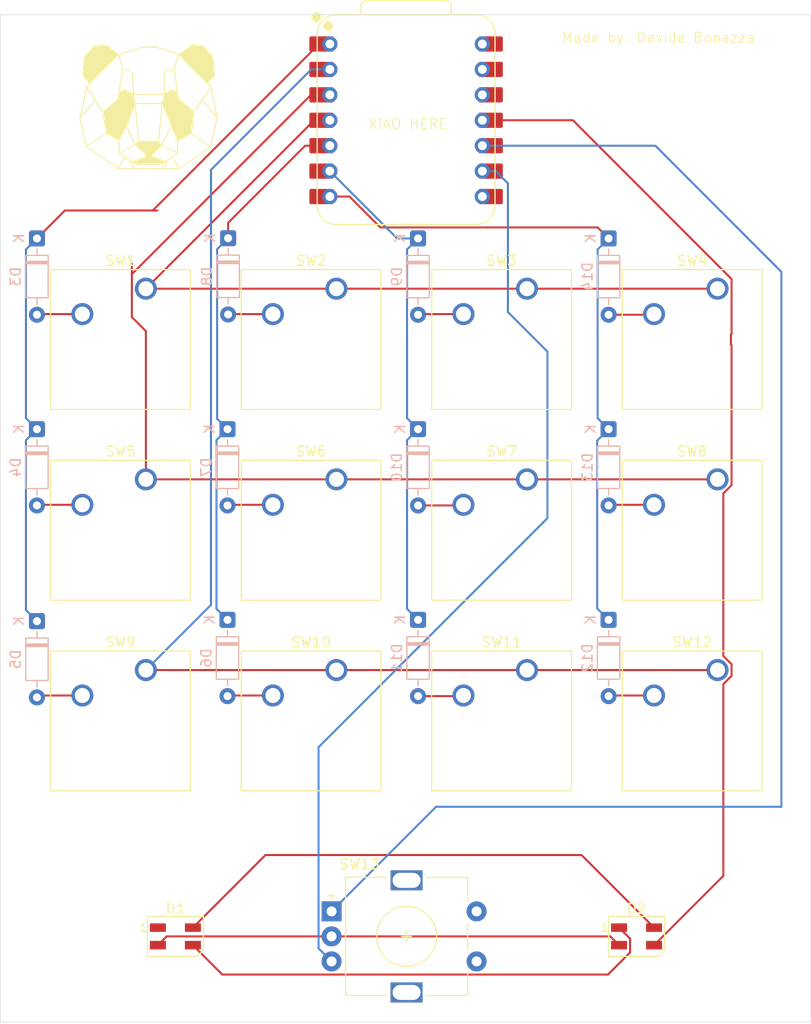
<source format=kicad_pcb>
(kicad_pcb (version 20241229) (generator "pcbnew") (generator_version "9.0")
  (layers (0 "F.Cu" signal) (2 "B.Cu" signal) (13 "F.Paste" user) (15 "B.Paste" user) (5 "F.SilkS" user "F.Silkscreen") (7 "B.SilkS" user "B.Silkscreen") (1 "F.Mask" user) (3 "B.Mask" user) (25 "Edge.Cuts" user))
  (net 0 "")
  (net 1 "Net-(D1-DIN)")
  (net 2 "+5V")
  (net 3 "GND")
  (net 5 "Net-(D2-DIN)")
  (net 6 "Net-(D3-K)")
  (net 7 "Net-(D3-A)")
  (net 8 "Net-(D4-A)")
  (net 9 "Net-(D5-A)")
  (net 10 "Net-(D6-A)")
  (net 11 "Net-(D6-K)")
  (net 12 "Net-(D7-A)")
  (net 13 "Net-(D8-A)")
  (net 14 "Net-(D9-A)")
  (net 15 "Net-(D10-K)")
  (net 16 "Net-(D10-A)")
  (net 17 "Net-(D11-A)")
  (net 18 "Net-(D12-A)")
  (net 19 "Net-(D12-K)")
  (net 20 "Net-(D13-A)")
  (net 21 "Net-(D14-A)")
  (net 22 "Net-(U1-GPIO4{slash}MISO)")
  (net 23 "Net-(U1-GPIO2{slash}SCK)")
  (net 28 "Net-(U1-GPIO27{slash}ADC1{slash}A1)")
  (net 29 "Net-(U1-GPIO28{slash}ADC2{slash}A2)")
  (net 30 "Net-(U1-GPIO29{slash}ADC3{slash}A3)")
  (footprint "Button_Switch_Keyboard:SW_Cherry_MX_1.00u_PCB" (layer "F.Cu") (at 166.84625 113.9825)
    (property "Reference" "SW11" (at -2.54 -2.794 0) (layer "F.SilkS"))
    (property "Value" "SW_Push")
    (pad "" np_thru_hole circle (at -7.62 5.08) (size 1.7 1.7) (drill 1.7) (layers "*.Cu" "*.Mask"))
    (pad "" np_thru_hole circle (at -2.54 5.08) (size 4 4) (drill 4) (layers "*.Cu" "*.Mask"))
    (pad "" np_thru_hole circle (at 2.54 5.08) (size 1.7 1.7) (drill 1.7) (layers "*.Cu" "*.Mask"))
    (pad "1" thru_hole circle (at 0 0) (size 2.2 2.2) (drill 1.5) (layers "*.Cu" "*.Mask") (net 28 "Net-(U1-GPIO27{slash}ADC1{slash}A1)"))
    (pad "2" thru_hole circle (at -6.35 2.54) (size 2.2 2.2) (drill 1.5) (layers "*.Cu" "*.Mask") (net 17 "Net-(D11-A)"))
  )
  (footprint "Button_Switch_Keyboard:SW_Cherry_MX_1.00u_PCB" (layer "F.Cu") (at 128.74625 75.8825)
    (property "Reference" "SW1" (at -2.54 -2.794 0) (layer "F.SilkS"))
    (property "Value" "SW_Push")
    (pad "" np_thru_hole circle (at -7.62 5.08) (size 1.7 1.7) (drill 1.7) (layers "*.Cu" "*.Mask"))
    (pad "" np_thru_hole circle (at -2.54 5.08) (size 4 4) (drill 4) (layers "*.Cu" "*.Mask"))
    (pad "" np_thru_hole circle (at 2.54 5.08) (size 1.7 1.7) (drill 1.7) (layers "*.Cu" "*.Mask"))
    (pad "1" thru_hole circle (at 0 0) (size 2.2 2.2) (drill 1.5) (layers "*.Cu" "*.Mask") (net 30 "Net-(U1-GPIO29{slash}ADC3{slash}A3)"))
    (pad "2" thru_hole circle (at -6.35 2.54) (size 2.2 2.2) (drill 1.5) (layers "*.Cu" "*.Mask") (net 7 "Net-(D3-A)"))
  )
  (footprint "Button_Switch_Keyboard:SW_Cherry_MX_1.00u_PCB" (layer "F.Cu") (at 147.79625 94.9325)
    (property "Reference" "SW6" (at -2.54 -2.794 0) (layer "F.SilkS"))
    (property "Value" "SW_Push")
    (pad "" np_thru_hole circle (at -7.62 5.08) (size 1.7 1.7) (drill 1.7) (layers "*.Cu" "*.Mask"))
    (pad "" np_thru_hole circle (at -2.54 5.08) (size 4 4) (drill 4) (layers "*.Cu" "*.Mask"))
    (pad "" np_thru_hole circle (at 2.54 5.08) (size 1.7 1.7) (drill 1.7) (layers "*.Cu" "*.Mask"))
    (pad "1" thru_hole circle (at 0 0) (size 2.2 2.2) (drill 1.5) (layers "*.Cu" "*.Mask") (net 29 "Net-(U1-GPIO28{slash}ADC2{slash}A2)"))
    (pad "2" thru_hole circle (at -6.35 2.54) (size 2.2 2.2) (drill 1.5) (layers "*.Cu" "*.Mask") (net 12 "Net-(D7-A)"))
  )
  (footprint "Rotary_Encoder:RotaryEncoder_Alps_EC11E-Switch_Vertical_H20mm" (layer "F.Cu") (at 147.309 138.089)
    (property "Reference" "SW13" (at 2.8 -4.7 0) (layer "F.SilkS"))
    (property "Value" "RotaryEncoder")
    (pad "A" thru_hole rect (at 0 0) (size 2 2) (drill 1) (layers "*.Cu" "*.Mask") (net 22 "Net-(U1-GPIO4{slash}MISO)"))
    (pad "B" thru_hole circle (at 0 5) (size 2 2) (drill 1) (layers "*.Cu" "*.Mask") (net 23 "Net-(U1-GPIO2{slash}SCK)"))
    (pad "C" thru_hole circle (at 0 2.5) (size 2 2) (drill 1) (layers "*.Cu" "*.Mask") (net 3 "GND"))
    (pad "MP" thru_hole rect (at 7.5 -3.1) (size 3.2 2) (drill oval 2.8 1.5) (layers "*.Cu" "*.Mask"))
    (pad "MP" thru_hole rect (at 7.5 8.1) (size 3.2 2) (drill oval 2.8 1.5) (layers "*.Cu" "*.Mask"))
    (pad "S1" thru_hole circle (at 14.5 5) (size 2 2) (drill 1) (layers "*.Cu" "*.Mask"))
    (pad "S2" thru_hole circle (at 14.5 0) (size 2 2) (drill 1) (layers "*.Cu" "*.Mask"))
  )
  (footprint "LED_SMD:LED_SK6812MINI_PLCC4_3.5x3.5mm_P1.75mm" (layer "F.Cu") (at 131.699 140.589)
    (property "Reference" "D1" (at 0 -2.75 0) (layer "F.SilkS"))
    (property "Value" "SK6812MINI")
    (fp_text user "1" (at -3.2 -0.875 0) (layer "F.SilkS") (effects (font (size 0.8 0.8))))
    (pad "1" smd rect (at -1.75 -0.875) (size 1.6 0.85) (layers "F.Cu" "F.Mask" "F.Paste"))
    (pad "2" smd rect (at -1.75 0.875) (size 1.6 0.85) (layers "F.Cu" "F.Mask" "F.Paste") (net 3 "GND"))
    (pad "3" smd rect (at 1.75 0.875) (size 1.6 0.85) (layers "F.Cu" "F.Mask" "F.Paste") (net 1 "Net-(D1-DIN)"))
    (pad "4" smd rect (at 1.75 -0.875) (size 1.6 0.85) (layers "F.Cu" "F.Mask" "F.Paste") (net 2 "+5V"))
  )
  (footprint "Button_Switch_Keyboard:SW_Cherry_MX_1.00u_PCB" (layer "F.Cu") (at 147.79625 113.9825)
    (property "Reference" "SW10" (at -2.54 -2.794 0) (layer "F.SilkS"))
    (property "Value" "SW_Push")
    (pad "" np_thru_hole circle (at -7.62 5.08) (size 1.7 1.7) (drill 1.7) (layers "*.Cu" "*.Mask"))
    (pad "" np_thru_hole circle (at -2.54 5.08) (size 4 4) (drill 4) (layers "*.Cu" "*.Mask"))
    (pad "" np_thru_hole circle (at 2.54 5.08) (size 1.7 1.7) (drill 1.7) (layers "*.Cu" "*.Mask"))
    (pad "1" thru_hole circle (at 0 0) (size 2.2 2.2) (drill 1.5) (layers "*.Cu" "*.Mask") (net 28 "Net-(U1-GPIO27{slash}ADC1{slash}A1)"))
    (pad "2" thru_hole circle (at -6.35 2.54) (size 2.2 2.2) (drill 1.5) (layers "*.Cu" "*.Mask") (net 10 "Net-(D6-A)"))
  )
  (footprint "OPL:XIAO-RP2040-DIP" (layer "F.Cu") (at 154.76 59.0585)
    (property "Reference" "U1" (hide yes))
    (property "Value" "XIAO-RP2040-DIP")
    (pad "1" smd roundrect (at -8.455 -7.62 180) (size 2.432 1.524) (layers "F.Cu" "F.Mask") (roundrect_rratio 0.1) (net 6 "Net-(D3-K)"))
    (pad "1" thru_hole circle (at -7.62 -7.62 180) (size 1.524 1.524) (drill 0.889) (layers "*.Cu" "*.Mask") (net 6 "Net-(D3-K)"))
    (pad "2" smd roundrect (at -8.455 -5.08 180) (size 2.432 1.524) (layers "F.Cu" "F.Mask") (roundrect_rratio 0.1) (net 28 "Net-(U1-GPIO27{slash}ADC1{slash}A1)"))
    (pad "2" thru_hole circle (at -7.62 -5.08 180) (size 1.524 1.524) (drill 0.889) (layers "*.Cu" "*.Mask") (net 28 "Net-(U1-GPIO27{slash}ADC1{slash}A1)"))
    (pad "3" smd roundrect (at -8.455 -2.54 180) (size 2.432 1.524) (layers "F.Cu" "F.Mask") (roundrect_rratio 0.1) (net 29 "Net-(U1-GPIO28{slash}ADC2{slash}A2)"))
    (pad "3" thru_hole circle (at -7.62 -2.54 180) (size 1.524 1.524) (drill 0.889) (layers "*.Cu" "*.Mask") (net 29 "Net-(U1-GPIO28{slash}ADC2{slash}A2)"))
    (pad "4" smd roundrect (at -8.455 0 180) (size 2.432 1.524) (layers "F.Cu" "F.Mask") (roundrect_rratio 0.1) (net 30 "Net-(U1-GPIO29{slash}ADC3{slash}A3)"))
    (pad "4" thru_hole circle (at -7.62 0 180) (size 1.524 1.524) (drill 0.889) (layers "*.Cu" "*.Mask") (net 30 "Net-(U1-GPIO29{slash}ADC3{slash}A3)"))
    (pad "5" smd roundrect (at -8.455 2.54 180) (size 2.432 1.524) (layers "F.Cu" "F.Mask") (roundrect_rratio 0.1) (net 11 "Net-(D6-K)"))
    (pad "5" thru_hole circle (at -7.62 2.54 180) (size 1.524 1.524) (drill 0.889) (layers "*.Cu" "*.Mask") (net 11 "Net-(D6-K)"))
    (pad "6" smd roundrect (at -8.455 5.08 180) (size 2.432 1.524) (layers "F.Cu" "F.Mask") (roundrect_rratio 0.1) (net 15 "Net-(D10-K)"))
    (pad "6" thru_hole circle (at -7.62 5.08 180) (size 1.524 1.524) (drill 0.889) (layers "*.Cu" "*.Mask") (net 15 "Net-(D10-K)"))
    (pad "7" smd roundrect (at -8.455 7.62 180) (size 2.432 1.524) (layers "F.Cu" "F.Mask") (roundrect_rratio 0.1) (net 19 "Net-(D12-K)"))
    (pad "7" thru_hole circle (at -7.62 7.62 180) (size 1.524 1.524) (drill 0.889) (layers "*.Cu" "*.Mask") (net 19 "Net-(D12-K)"))
    (pad "8" thru_hole circle (at 7.62 7.62) (size 1.524 1.524) (drill 0.889) (layers "*.Cu" "*.Mask"))
    (pad "8" smd roundrect (at 8.455 7.62) (size 2.432 1.524) (layers "F.Cu" "F.Mask") (roundrect_rratio 0.1))
    (pad "9" thru_hole circle (at 7.62 5.08) (size 1.524 1.524) (drill 0.889) (layers "*.Cu" "*.Mask") (net 23 "Net-(U1-GPIO2{slash}SCK)"))
    (pad "9" smd roundrect (at 8.455 5.08) (size 2.432 1.524) (layers "F.Cu" "F.Mask") (roundrect_rratio 0.1) (net 23 "Net-(U1-GPIO2{slash}SCK)"))
    (pad "10" thru_hole circle (at 7.62 2.54) (size 1.524 1.524) (drill 0.889) (layers "*.Cu" "*.Mask") (net 22 "Net-(U1-GPIO4{slash}MISO)"))
    (pad "10" smd roundrect (at 8.455 2.54) (size 2.432 1.524) (layers "F.Cu" "F.Mask") (roundrect_rratio 0.1) (net 22 "Net-(U1-GPIO4{slash}MISO)"))
    (pad "11" thru_hole circle (at 7.62 0) (size 1.524 1.524) (drill 0.889) (layers "*.Cu" "*.Mask") (net 5 "Net-(D2-DIN)"))
    (pad "11" smd roundrect (at 8.455 0) (size 2.432 1.524) (layers "F.Cu" "F.Mask") (roundrect_rratio 0.1) (net 5 "Net-(D2-DIN)"))
    (pad "12" thru_hole circle (at 7.62 -2.54) (size 1.524 1.524) (drill 0.889) (layers "*.Cu" "*.Mask"))
    (pad "12" smd roundrect (at 8.455 -2.54) (size 2.432 1.524) (layers "F.Cu" "F.Mask") (roundrect_rratio 0.1))
    (pad "13" thru_hole circle (at 7.62 -5.08) (size 1.524 1.524) (drill 0.889) (layers "*.Cu" "*.Mask"))
    (pad "13" smd roundrect (at 8.455 -5.08) (size 2.432 1.524) (layers "F.Cu" "F.Mask") (roundrect_rratio 0.1))
    (pad "14" thru_hole circle (at 7.62 -7.62) (size 1.524 1.524) (drill 0.889) (layers "*.Cu" "*.Mask"))
    (pad "14" smd roundrect (at 8.455 -7.62) (size 2.432 1.524) (layers "F.Cu" "F.Mask") (roundrect_rratio 0.1))
  )
  (footprint "LED_SMD:LED_SK6812MINI_PLCC4_3.5x3.5mm_P1.75mm" (layer "F.Cu") (at 177.8 140.589)
    (property "Reference" "D2" (at 0 -2.75 0) (layer "F.SilkS"))
    (property "Value" "SK6812MINI")
    (fp_text user "1" (at -3.2 -0.875 0) (layer "F.SilkS") (effects (font (size 0.8 0.8))))
    (pad "1" smd rect (at -1.75 -0.875) (size 1.6 0.85) (layers "F.Cu" "F.Mask" "F.Paste") (net 1 "Net-(D1-DIN)"))
    (pad "2" smd rect (at -1.75 0.875) (size 1.6 0.85) (layers "F.Cu" "F.Mask" "F.Paste") (net 3 "GND"))
    (pad "3" smd rect (at 1.75 0.875) (size 1.6 0.85) (layers "F.Cu" "F.Mask" "F.Paste") (net 5 "Net-(D2-DIN)"))
    (pad "4" smd rect (at 1.75 -0.875) (size 1.6 0.85) (layers "F.Cu" "F.Mask" "F.Paste") (net 2 "+5V"))
  )
  (footprint "Button_Switch_Keyboard:SW_Cherry_MX_1.00u_PCB" (layer "F.Cu") (at 128.74625 113.9825)
    (property "Reference" "SW9" (at -2.54 -2.794 0) (layer "F.SilkS"))
    (property "Value" "SW_Push")
    (pad "" np_thru_hole circle (at -7.62 5.08) (size 1.7 1.7) (drill 1.7) (layers "*.Cu" "*.Mask"))
    (pad "" np_thru_hole circle (at -2.54 5.08) (size 4 4) (drill 4) (layers "*.Cu" "*.Mask"))
    (pad "" np_thru_hole circle (at 2.54 5.08) (size 1.7 1.7) (drill 1.7) (layers "*.Cu" "*.Mask"))
    (pad "1" thru_hole circle (at 0 0) (size 2.2 2.2) (drill 1.5) (layers "*.Cu" "*.Mask") (net 28 "Net-(U1-GPIO27{slash}ADC1{slash}A1)"))
    (pad "2" thru_hole circle (at -6.35 2.54) (size 2.2 2.2) (drill 1.5) (layers "*.Cu" "*.Mask") (net 9 "Net-(D5-A)"))
  )
  (footprint "Button_Switch_Keyboard:SW_Cherry_MX_1.00u_PCB" (layer "F.Cu") (at 166.84625 75.8825)
    (property "Reference" "SW3" (at -2.54 -2.794 0) (layer "F.SilkS"))
    (property "Value" "SW_Push")
    (pad "" np_thru_hole circle (at -7.62 5.08) (size 1.7 1.7) (drill 1.7) (layers "*.Cu" "*.Mask"))
    (pad "" np_thru_hole circle (at -2.54 5.08) (size 4 4) (drill 4) (layers "*.Cu" "*.Mask"))
    (pad "" np_thru_hole circle (at 2.54 5.08) (size 1.7 1.7) (drill 1.7) (layers "*.Cu" "*.Mask"))
    (pad "1" thru_hole circle (at 0 0) (size 2.2 2.2) (drill 1.5) (layers "*.Cu" "*.Mask") (net 30 "Net-(U1-GPIO29{slash}ADC3{slash}A3)"))
    (pad "2" thru_hole circle (at -6.35 2.54) (size 2.2 2.2) (drill 1.5) (layers "*.Cu" "*.Mask") (net 14 "Net-(D9-A)"))
  )
  (footprint "Button_Switch_Keyboard:SW_Cherry_MX_1.00u_PCB" (layer "F.Cu") (at 185.89625 113.9825)
    (property "Reference" "SW12" (at -2.54 -2.794 0) (layer "F.SilkS"))
    (property "Value" "SW_Push")
    (pad "" np_thru_hole circle (at -7.62 5.08) (size 1.7 1.7) (drill 1.7) (layers "*.Cu" "*.Mask"))
    (pad "" np_thru_hole circle (at -2.54 5.08) (size 4 4) (drill 4) (layers "*.Cu" "*.Mask"))
    (pad "" np_thru_hole circle (at 2.54 5.08) (size 1.7 1.7) (drill 1.7) (layers "*.Cu" "*.Mask"))
    (pad "1" thru_hole circle (at 0 0) (size 2.2 2.2) (drill 1.5) (layers "*.Cu" "*.Mask") (net 28 "Net-(U1-GPIO27{slash}ADC1{slash}A1)"))
    (pad "2" thru_hole circle (at -6.35 2.54) (size 2.2 2.2) (drill 1.5) (layers "*.Cu" "*.Mask") (net 18 "Net-(D12-A)"))
  )
  (footprint "Button_Switch_Keyboard:SW_Cherry_MX_1.00u_PCB" (layer "F.Cu") (at 185.89625 94.9325)
    (property "Reference" "SW8" (at -2.54 -2.794 0) (layer "F.SilkS"))
    (property "Value" "SW_Push")
    (pad "" np_thru_hole circle (at -7.62 5.08) (size 1.7 1.7) (drill 1.7) (layers "*.Cu" "*.Mask"))
    (pad "" np_thru_hole circle (at -2.54 5.08) (size 4 4) (drill 4) (layers "*.Cu" "*.Mask"))
    (pad "" np_thru_hole circle (at 2.54 5.08) (size 1.7 1.7) (drill 1.7) (layers "*.Cu" "*.Mask"))
    (pad "1" thru_hole circle (at 0 0) (size 2.2 2.2) (drill 1.5) (layers "*.Cu" "*.Mask") (net 29 "Net-(U1-GPIO28{slash}ADC2{slash}A2)"))
    (pad "2" thru_hole circle (at -6.35 2.54) (size 2.2 2.2) (drill 1.5) (layers "*.Cu" "*.Mask") (net 20 "Net-(D13-A)"))
  )
  (footprint "Button_Switch_Keyboard:SW_Cherry_MX_1.00u_PCB" (layer "F.Cu") (at 147.79625 75.8825)
    (property "Reference" "SW2" (at -2.54 -2.794 0) (layer "F.SilkS"))
    (property "Value" "SW_Push")
    (pad "" np_thru_hole circle (at -7.62 5.08) (size 1.7 1.7) (drill 1.7) (layers "*.Cu" "*.Mask"))
    (pad "" np_thru_hole circle (at -2.54 5.08) (size 4 4) (drill 4) (layers "*.Cu" "*.Mask"))
    (pad "" np_thru_hole circle (at 2.54 5.08) (size 1.7 1.7) (drill 1.7) (layers "*.Cu" "*.Mask"))
    (pad "1" thru_hole circle (at 0 0) (size 2.2 2.2) (drill 1.5) (layers "*.Cu" "*.Mask") (net 30 "Net-(U1-GPIO29{slash}ADC3{slash}A3)"))
    (pad "2" thru_hole circle (at -6.35 2.54) (size 2.2 2.2) (drill 1.5) (layers "*.Cu" "*.Mask") (net 13 "Net-(D8-A)"))
  )
  (footprint "Button_Switch_Keyboard:SW_Cherry_MX_1.00u_PCB" (layer "F.Cu") (at 185.89625 75.8825)
    (property "Reference" "SW4" (at -2.54 -2.794 0) (layer "F.SilkS"))
    (property "Value" "SW_Push")
    (pad "" np_thru_hole circle (at -7.62 5.08) (size 1.7 1.7) (drill 1.7) (layers "*.Cu" "*.Mask"))
    (pad "" np_thru_hole circle (at -2.54 5.08) (size 4 4) (drill 4) (layers "*.Cu" "*.Mask"))
    (pad "" np_thru_hole circle (at 2.54 5.08) (size 1.7 1.7) (drill 1.7) (layers "*.Cu" "*.Mask"))
    (pad "1" thru_hole circle (at 0 0) (size 2.2 2.2) (drill 1.5) (layers "*.Cu" "*.Mask") (net 30 "Net-(U1-GPIO29{slash}ADC3{slash}A3)"))
    (pad "2" thru_hole circle (at -6.35 2.54) (size 2.2 2.2) (drill 1.5) (layers "*.Cu" "*.Mask") (net 21 "Net-(D14-A)"))
  )
  (footprint "Button_Switch_Keyboard:SW_Cherry_MX_1.00u_PCB" (layer "F.Cu") (at 128.74625 94.9325)
    (property "Reference" "SW5" (at -2.54 -2.794 0) (layer "F.SilkS"))
    (property "Value" "SW_Push")
    (pad "" np_thru_hole circle (at -7.62 5.08) (size 1.7 1.7) (drill 1.7) (layers "*.Cu" "*.Mask"))
    (pad "" np_thru_hole circle (at -2.54 5.08) (size 4 4) (drill 4) (layers "*.Cu" "*.Mask"))
    (pad "" np_thru_hole circle (at 2.54 5.08) (size 1.7 1.7) (drill 1.7) (layers "*.Cu" "*.Mask"))
    (pad "1" thru_hole circle (at 0 0) (size 2.2 2.2) (drill 1.5) (layers "*.Cu" "*.Mask") (net 29 "Net-(U1-GPIO28{slash}ADC2{slash}A2)"))
    (pad "2" thru_hole circle (at -6.35 2.54) (size 2.2 2.2) (drill 1.5) (layers "*.Cu" "*.Mask") (net 8 "Net-(D4-A)"))
  )
  (footprint "Button_Switch_Keyboard:SW_Cherry_MX_1.00u_PCB" (layer "F.Cu") (at 166.84625 94.9325)
    (property "Reference" "SW7" (at -2.54 -2.794 0) (layer "F.SilkS"))
    (property "Value" "SW_Push")
    (pad "" np_thru_hole circle (at -7.62 5.08) (size 1.7 1.7) (drill 1.7) (layers "*.Cu" "*.Mask"))
    (pad "" np_thru_hole circle (at -2.54 5.08) (size 4 4) (drill 4) (layers "*.Cu" "*.Mask"))
    (pad "" np_thru_hole circle (at 2.54 5.08) (size 1.7 1.7) (drill 1.7) (layers "*.Cu" "*.Mask"))
    (pad "1" thru_hole circle (at 0 0) (size 2.2 2.2) (drill 1.5) (layers "*.Cu" "*.Mask") (net 29 "Net-(U1-GPIO28{slash}ADC2{slash}A2)"))
    (pad "2" thru_hole circle (at -6.35 2.54) (size 2.2 2.2) (drill 1.5) (layers "*.Cu" "*.Mask") (net 16 "Net-(D10-A)"))
  )
  (footprint "Diode_THT:D_DO-35_SOD27_P7.62mm_Horizontal" (layer "B.Cu") (at 136.97 70.84 -90)
    (property "Reference" "D8" (at 3.81 2.12 90) (layer "B.SilkS") (effects (justify mirror)))
    (property "Value" "1N4148")
    (fp_text user "K" (at 0 1.8 90) (layer "B.SilkS") (effects (justify mirror)))
    (pad "1" thru_hole roundrect (at 0 0 270) (size 1.6 1.6) (drill 0.8) (layers "*.Cu" "*.Mask") (roundrect_rratio 0.15625) (net 11 "Net-(D6-K)"))
    (pad "2" thru_hole circle (at 7.62 0 270) (size 1.6 1.6) (drill 0.8) (layers "*.Cu" "*.Mask") (net 13 "Net-(D8-A)"))
  )
  (footprint "Diode_THT:D_DO-35_SOD27_P7.62mm_Horizontal" (layer "B.Cu") (at 175.006 89.916 -90)
    (property "Reference" "D13" (at 3.81 2.12 90) (layer "B.SilkS") (effects (justify mirror)))
    (property "Value" "1N4148")
    (fp_text user "K" (at 0 1.8 90) (layer "B.SilkS") (effects (justify mirror)))
    (pad "1" thru_hole roundrect (at 0 0 270) (size 1.6 1.6) (drill 0.8) (layers "*.Cu" "*.Mask") (roundrect_rratio 0.15625) (net 19 "Net-(D12-K)"))
    (pad "2" thru_hole circle (at 7.62 0 270) (size 1.6 1.6) (drill 0.8) (layers "*.Cu" "*.Mask") (net 20 "Net-(D13-A)"))
  )
  (footprint "Diode_THT:D_DO-35_SOD27_P7.62mm_Horizontal" (layer "B.Cu") (at 117.856 109.093 -90)
    (property "Reference" "D5" (at 3.81 2.12 90) (layer "B.SilkS") (effects (justify mirror)))
    (property "Value" "1N4148")
    (fp_text user "K" (at 0 1.8 90) (layer "B.SilkS") (effects (justify mirror)))
    (pad "1" thru_hole roundrect (at 0 0 270) (size 1.6 1.6) (drill 0.8) (layers "*.Cu" "*.Mask") (roundrect_rratio 0.15625) (net 6 "Net-(D3-K)"))
    (pad "2" thru_hole circle (at 7.62 0 270) (size 1.6 1.6) (drill 0.8) (layers "*.Cu" "*.Mask") (net 9 "Net-(D5-A)"))
  )
  (footprint "Diode_THT:D_DO-35_SOD27_P7.62mm_Horizontal" (layer "B.Cu") (at 155.956 89.916 -90)
    (property "Reference" "D10" (at 3.81 2.12 90) (layer "B.SilkS") (effects (justify mirror)))
    (property "Value" "1N4148")
    (fp_text user "K" (at 0 1.8 90) (layer "B.SilkS") (effects (justify mirror)))
    (pad "1" thru_hole roundrect (at 0 0 270) (size 1.6 1.6) (drill 0.8) (layers "*.Cu" "*.Mask") (roundrect_rratio 0.15625) (net 15 "Net-(D10-K)"))
    (pad "2" thru_hole circle (at 7.62 0 270) (size 1.6 1.6) (drill 0.8) (layers "*.Cu" "*.Mask") (net 16 "Net-(D10-A)"))
  )
  (footprint "Diode_THT:D_DO-35_SOD27_P7.62mm_Horizontal" (layer "B.Cu") (at 136.906 108.966 -90)
    (property "Reference" "D6" (at 3.81 2.12 90) (layer "B.SilkS") (effects (justify mirror)))
    (property "Value" "1N4148")
    (fp_text user "K" (at 0 1.8 90) (layer "B.SilkS") (effects (justify mirror)))
    (pad "1" thru_hole roundrect (at 0 0 270) (size 1.6 1.6) (drill 0.8) (layers "*.Cu" "*.Mask") (roundrect_rratio 0.15625) (net 11 "Net-(D6-K)"))
    (pad "2" thru_hole circle (at 7.62 0 270) (size 1.6 1.6) (drill 0.8) (layers "*.Cu" "*.Mask") (net 10 "Net-(D6-A)"))
  )
  (footprint "Diode_THT:D_DO-35_SOD27_P7.62mm_Horizontal" (layer "B.Cu") (at 155.956 70.866 -90)
    (property "Reference" "D9" (at 3.81 2.12 90) (layer "B.SilkS") (effects (justify mirror)))
    (property "Value" "1N4148")
    (fp_text user "K" (at 0 1.8 90) (layer "B.SilkS") (effects (justify mirror)))
    (pad "1" thru_hole roundrect (at 0 0 270) (size 1.6 1.6) (drill 0.8) (layers "*.Cu" "*.Mask") (roundrect_rratio 0.15625) (net 15 "Net-(D10-K)"))
    (pad "2" thru_hole circle (at 7.62 0 270) (size 1.6 1.6) (drill 0.8) (layers "*.Cu" "*.Mask") (net 14 "Net-(D9-A)"))
  )
  (footprint "Diode_THT:D_DO-35_SOD27_P7.62mm_Horizontal" (layer "B.Cu") (at 175.006 70.866 -90)
    (property "Reference" "D14" (at 3.81 2.12 90) (layer "B.SilkS") (effects (justify mirror)))
    (property "Value" "1N4148")
    (fp_text user "K" (at 0 1.8 90) (layer "B.SilkS") (effects (justify mirror)))
    (pad "1" thru_hole roundrect (at 0 0 270) (size 1.6 1.6) (drill 0.8) (layers "*.Cu" "*.Mask") (roundrect_rratio 0.15625) (net 19 "Net-(D12-K)"))
    (pad "2" thru_hole circle (at 7.62 0 270) (size 1.6 1.6) (drill 0.8) (layers "*.Cu" "*.Mask") (net 21 "Net-(D14-A)"))
  )
  (footprint "Diode_THT:D_DO-35_SOD27_P7.62mm_Horizontal" (layer "B.Cu") (at 136.906 89.916 -90)
    (property "Reference" "D7" (at 3.81 2.12 90) (layer "B.SilkS") (effects (justify mirror)))
    (property "Value" "1N4148")
    (fp_text user "K" (at 0 1.8 90) (layer "B.SilkS") (effects (justify mirror)))
    (pad "1" thru_hole roundrect (at 0 0 270) (size 1.6 1.6) (drill 0.8) (layers "*.Cu" "*.Mask") (roundrect_rratio 0.15625) (net 11 "Net-(D6-K)"))
    (pad "2" thru_hole circle (at 7.62 0 270) (size 1.6 1.6) (drill 0.8) (layers "*.Cu" "*.Mask") (net 12 "Net-(D7-A)"))
  )
  (footprint "Diode_THT:D_DO-35_SOD27_P7.62mm_Horizontal" (layer "B.Cu") (at 175.006 108.966 -90)
    (property "Reference" "D12" (at 3.81 2.12 90) (layer "B.SilkS") (effects (justify mirror)))
    (property "Value" "1N4148")
    (fp_text user "K" (at 0 1.8 90) (layer "B.SilkS") (effects (justify mirror)))
    (pad "1" thru_hole roundrect (at 0 0 270) (size 1.6 1.6) (drill 0.8) (layers "*.Cu" "*.Mask") (roundrect_rratio 0.15625) (net 19 "Net-(D12-K)"))
    (pad "2" thru_hole circle (at 7.62 0 270) (size 1.6 1.6) (drill 0.8) (layers "*.Cu" "*.Mask") (net 18 "Net-(D12-A)"))
  )
  (footprint "Diode_THT:D_DO-35_SOD27_P7.62mm_Horizontal" (layer "B.Cu") (at 155.956 108.966 -90)
    (property "Reference" "D11" (at 3.81 2.12 90) (layer "B.SilkS") (effects (justify mirror)))
    (property "Value" "1N4148")
    (fp_text user "K" (at 0 1.8 90) (layer "B.SilkS") (effects (justify mirror)))
    (pad "1" thru_hole roundrect (at 0 0 270) (size 1.6 1.6) (drill 0.8) (layers "*.Cu" "*.Mask") (roundrect_rratio 0.15625) (net 15 "Net-(D10-K)"))
    (pad "2" thru_hole circle (at 7.62 0 270) (size 1.6 1.6) (drill 0.8) (layers "*.Cu" "*.Mask") (net 17 "Net-(D11-A)"))
  )
  (footprint "Diode_THT:D_DO-35_SOD27_P7.62mm_Horizontal" (layer "B.Cu") (at 117.856 70.866 -90)
    (property "Reference" "D3" (at 3.81 2.12 90) (layer "B.SilkS") (effects (justify mirror)))
    (property "Value" "1N4148")
    (fp_text user "K" (at 0 1.8 90) (layer "B.SilkS") (effects (justify mirror)))
    (pad "1" thru_hole roundrect (at 0 0 270) (size 1.6 1.6) (drill 0.8) (layers "*.Cu" "*.Mask") (roundrect_rratio 0.15625) (net 6 "Net-(D3-K)"))
    (pad "2" thru_hole circle (at 7.62 0 270) (size 1.6 1.6) (drill 0.8) (layers "*.Cu" "*.Mask") (net 7 "Net-(D3-A)"))
  )
  (footprint "Diode_THT:D_DO-35_SOD27_P7.62mm_Horizontal" (layer "B.Cu") (at 117.856 89.916 -90)
    (property "Reference" "D4" (at 3.81 2.12 90) (layer "B.SilkS") (effects (justify mirror)))
    (property "Value" "1N4148")
    (fp_text user "K" (at 0 1.8 90) (layer "B.SilkS") (effects (justify mirror)))
    (pad "1" thru_hole roundrect (at 0 0 270) (size 1.6 1.6) (drill 0.8) (layers "*.Cu" "*.Mask") (roundrect_rratio 0.15625) (net 6 "Net-(D3-K)"))
    (pad "2" thru_hole circle (at 7.62 0 270) (size 1.6 1.6) (drill 0.8) (layers "*.Cu" "*.Mask") (net 8 "Net-(D4-A)"))
  )
  (gr_poly (pts (xy 133.55 58.22) (xy 132.02 56.95) (xy 131.91 56.3) (xy 131.27 55.98) (xy 130.58 56.48) (xy 130.38 57.37) (xy 131.93 61.14) (xy 133.29 60.37)) (stroke (width 0.1)) (fill yes) (layer "F.SilkS"))
  (gr_line (start 126.68 56.01) (end 126.08 56.25) (stroke (width 0.1)) (layer "F.SilkS"))
  (gr_line (start 133.39 51.5) (end 134.44 51.6) (stroke (width 0.1)) (layer "F.SilkS"))
  (gr_line (start 132.04 52.49) (end 131.57 53.91) (stroke (width 0.1)) (layer "F.SilkS"))
  (gr_line (start 131.93 61.14) (end 131.93 62.34) (stroke (width 0.1)) (layer "F.SilkS"))
  (gr_line (start 122.59 52.79) (end 123.56 51.67) (stroke (width 0.1)) (layer "F.SilkS"))
  (gr_line (start 131.91 56.3) (end 132.02 56.95) (stroke (width 0.1)) (layer "F.SilkS"))
  (gr_line (start 135.21 61.72) (end 132.04 63.9) (stroke (width 0.1)) (layer "F.SilkS"))
  (gr_line (start 130.58 54.31) (end 130.58 56.48) (stroke (width 0.1)) (layer "F.SilkS"))
  (gr_line (start 127.67 63.44) (end 126.07 62.37) (stroke (width 0.1)) (layer "F.SilkS"))
  (gr_line (start 133.29 60.37) (end 131.93 61.14) (stroke (width 0.1)) (layer "F.SilkS"))
  (gr_line (start 130.38 57.37) (end 130 61.18) (stroke (width 0.1)) (layer "F.SilkS"))
  (gr_line (start 127.66 57.4) (end 130.38 57.37) (stroke (width 0.1)) (layer "F.SilkS"))
  (gr_line (start 126.07 62.37) (end 126.07 61.07) (stroke (width 0.1)) (layer "F.SilkS"))
  (gr_line (start 135.26 55.69) (end 135.87 58.82) (stroke (width 0.1)) (layer "F.SilkS"))
  (gr_line (start 130 61.18) (end 130.33 61.56) (stroke (width 0.1)) (layer "F.SilkS"))
  (gr_line (start 124.78 51.55) (end 126.02 52.48) (stroke (width 0.1)) (layer "F.SilkS"))
  (gr_line (start 133.29 60.37) (end 135.21 61.72) (stroke (width 0.1)) (layer "F.SilkS"))
  (gr_line (start 127.52 56.48) (end 127.66 57.4) (stroke (width 0.1)) (layer "F.SilkS"))
  (gr_line (start 130.33 61.56) (end 131.93 62.34) (stroke (width 0.1)) (layer "F.SilkS"))
  (gr_line (start 132.02 56.95) (end 133.55 58.22) (stroke (width 0.1)) (layer "F.SilkS"))
  (gr_line (start 130.33 61.56) (end 131.29 59.6) (stroke (width 0.1)) (layer "F.SilkS"))
  (gr_line (start 131.91 56.3) (end 131.57 53.91) (stroke (width 0.1)) (layer "F.SilkS"))
  (gr_line (start 126.07 61.07) (end 124.82 60.36) (stroke (width 0.1)) (layer "F.SilkS"))
  (gr_line (start 124.82 60.36) (end 122.82 61.66) (stroke (width 0.1)) (layer "F.SilkS"))
  (gr_line (start 130.38 57.37) (end 130.58 56.48) (stroke (width 0.1)) (layer "F.SilkS"))
  (gr_line (start 123.56 51.67) (end 124.78 51.55) (stroke (width 0.1)) (layer "F.SilkS"))
  (gr_line (start 122.82 61.66) (end 122.15 58.87) (stroke (width 0.1)) (layer "F.SilkS"))
  (gr_line (start 122.15 58.87) (end 123.645 57.11) (stroke (width 0.1)) (layer "F.SilkS"))
  (gr_line (start 126.43 53.92) (end 126.02 52.48) (stroke (width 0.1)) (layer "F.SilkS"))
  (gr_line (start 130.38 63.44) (end 127.67 63.44) (stroke (width 0.1)) (layer "F.SilkS"))
  (gr_line (start 126.8 59.67) (end 127.67 61.48) (stroke (width 0.1)) (layer "F.SilkS"))
  (gr_line (start 130.58 56.48) (end 127.52 56.48) (stroke (width 0.1)) (layer "F.SilkS"))
  (gr_line (start 124.82 60.36) (end 124.45 58.24) (stroke (width 0.1)) (layer "F.SilkS"))
  (gr_line (start 125.94 63.9) (end 122.82 61.66) (stroke (width 0.1)) (layer "F.SilkS"))
  (gr_line (start 132.04 63.9) (end 131.37 62.75) (stroke (width 0.1)) (layer "F.SilkS"))
  (gr_line (start 134.44 51.6) (end 135.44 52.73) (stroke (width 0.1)) (layer "F.SilkS"))
  (gr_line (start 131.27 55.98) (end 131.91 56.3) (stroke (width 0.1)) (layer "F.SilkS"))
  (gr_line (start 130.58 56.48) (end 131.27 55.98) (stroke (width 0.1)) (layer "F.SilkS"))
  (gr_line (start 135.87 58.82) (end 135.21 61.72) (stroke (width 0.1)) (layer "F.SilkS"))
  (gr_line (start 126.8 59.67) (end 126.07 61.07) (stroke (width 0.1)) (layer "F.SilkS"))
  (gr_line (start 134.87 55.36) (end 135.26 55.69) (stroke (width 0.1)) (layer "F.SilkS"))
  (gr_line (start 126.02 52.48) (end 123.13 55.41) (stroke (width 0.1)) (layer "F.SilkS"))
  (gr_line (start 122.15 58.87) (end 122.84 55.75) (stroke (width 0.1)) (layer "F.SilkS"))
  (gr_line (start 132.04 52.49) (end 133.39 51.5) (stroke (width 0.1)) (layer "F.SilkS"))
  (gr_line (start 128.35 51.75) (end 129.76 51.75) (stroke (width 0.1)) (layer "F.SilkS"))
  (gr_line (start 126.07 62.37) (end 127.67 61.48) (stroke (width 0.1)) (layer "F.SilkS"))
  (gr_line (start 125.94 63.9) (end 126.66 62.78) (stroke (width 0.1)) (layer "F.SilkS"))
  (gr_line (start 122.45 54.55) (end 122.59 52.79) (stroke (width 0.1)) (layer "F.SilkS"))
  (gr_line (start 128.04 61.18) (end 127.67 61.48) (stroke (width 0.1)) (layer "F.SilkS"))
  (gr_line (start 125.95 56.97) (end 126.43 53.92) (stroke (width 0.1)) (layer "F.SilkS"))
  (gr_line (start 127.66 57.4) (end 126.8 59.67) (stroke (width 0.1)) (layer "F.SilkS"))
  (gr_line (start 135.61 54.64) (end 134.87 55.36) (stroke (width 0.1)) (layer "F.SilkS"))
  (gr_line (start 131.57 53.91) (end 130.58 54.31) (stroke (width 0.1)) (layer "F.SilkS"))
  (gr_line (start 134.87 55.36) (end 132.04 52.49) (stroke (width 0.1)) (layer "F.SilkS"))
  (gr_line (start 131.93 62.34) (end 130.38 63.44) (stroke (width 0.1)) (layer "F.SilkS"))
  (gr_line (start 133.55 58.22) (end 133.29 60.37) (stroke (width 0.1)) (layer "F.SilkS"))
  (gr_line (start 128.04 61.18) (end 127.66 57.4) (stroke (width 0.1)) (layer "F.SilkS"))
  (gr_line (start 129.24 62.63) (end 130.33 61.56) (stroke (width 0.1)) (layer "F.SilkS"))
  (gr_poly (pts (xy 133.39 51.5) (xy 134.44 51.6) (xy 135.44 52.73) (xy 135.61 54.64) (xy 134.87 55.36) (xy 132.04 52.49)) (stroke (width 0.1)) (fill yes) (layer "F.SilkS"))
  (gr_poly (pts (xy 126.02 52.48) (xy 124.78 51.55) (xy 123.56 51.67) (xy 122.59 52.79) (xy 122.45 54.55) (xy 123.13 55.41)) (stroke (width 0.1)) (fill yes) (layer "F.SilkS"))
  (gr_line (start 128.89 62.64) (end 127.34 63.22) (stroke (width 0.1)) (layer "F.SilkS"))
  (gr_line (start 133.55 58.22) (end 135.26 55.69) (stroke (width 0.1)) (layer "F.SilkS"))
  (gr_line (start 127.39 54.31) (end 127.52 56.48) (stroke (width 0.1)) (layer "F.SilkS"))
  (gr_poly (pts (xy 127.67 63.44) (xy 127.37 63.22) (xy 128.89 62.64) (xy 127.67 61.48) (xy 128.04 61.18) (xy 130 61.18) (xy 130.33 61.56) (xy 129.24 62.63) (xy 130.72 63.2) (xy 130.38 63.44)) (stroke (width 0.1)) (fill yes) (layer "F.SilkS"))
  (gr_line (start 130 61.18) (end 128.04 61.18) (stroke (width 0.1)) (layer "F.SilkS"))
  (gr_line (start 127.67 61.48) (end 128.89 62.64) (stroke (width 0.1)) (layer "F.SilkS"))
  (gr_line (start 131.93 61.14) (end 130.38 57.37) (stroke (width 0.1)) (layer "F.SilkS"))
  (gr_line (start 126.02 52.48) (end 128.35 51.75) (stroke (width 0.1)) (layer "F.SilkS"))
  (gr_line (start 127.6 63.9) (end 127.09 63.06) (stroke (width 0.1)) (layer "F.SilkS"))
  (gr_line (start 127.52 56.48) (end 126.68 56.01) (stroke (width 0.1)) (layer "F.SilkS"))
  (gr_line (start 126.43 53.92) (end 127.39 54.31) (stroke (width 0.1)) (layer "F.SilkS"))
  (gr_line (start 134.405 57.05) (end 135.87 58.82) (stroke (width 0.1)) (layer "F.SilkS"))
  (gr_line (start 122.84 55.75) (end 124.45 58.24) (stroke (width 0.1)) (layer "F.SilkS"))
  (gr_poly (pts (xy 127.66 57.4) (xy 127.52 56.48) (xy 126.68 56.01) (xy 126.08 56.25) (xy 125.95 56.97) (xy 124.45 58.24) (xy 124.82 60.36) (xy 126.07 61.07) (xy 126.8 59.67)) (stroke (width 0.1)) (fill yes) (layer "F.SilkS"))
  (gr_line (start 122.84 55.75) (end 123.13 55.41) (stroke (width 0.1)) (layer "F.SilkS"))
  (gr_line (start 129.76 51.75) (end 132.04 52.49) (stroke (width 0.1)) (layer "F.SilkS"))
  (gr_line (start 130.72 63.2) (end 129.24 62.63) (stroke (width 0.1)) (layer "F.SilkS"))
  (gr_line (start 123.13 55.41) (end 122.45 54.55) (stroke (width 0.1)) (layer "F.SilkS"))
  (gr_line (start 132.04 63.9) (end 125.94 63.9) (stroke (width 0.1)) (layer "F.SilkS"))
  (gr_line (start 124.45 58.24) (end 125.95 56.97) (stroke (width 0.1)) (layer "F.SilkS"))
  (gr_line (start 130.52 63.9) (end 130.96 63.03) (stroke (width 0.1)) (layer "F.SilkS"))
  (gr_line (start 135.61 54.64) (end 135.44 52.73) (stroke (width 0.1)) (layer "F.SilkS"))
  (gr_rect (start 114.1875 48.52) (end 195.22 149.14) (stroke (width 0.05)) (fill no) (layer "Edge.Cuts"))
  (gr_text "XIAO HERE" (at 154.94 59.436 0) (layer "F.SilkS") (effects (font (size 1 1) (thickness 0.1))))
  (gr_text "Made by: Davide Bonazza" (at 180 50.81 0) (layer "F.SilkS") (effects (font (size 1 1) (thickness 0.1))))
  (segment (start 176.05 139.714) (end 177.151 140.815) (width 0.2) (layer "F.Cu") (net 1))
  (segment (start 174.941 144.4) (end 136.385 144.4) (width 0.2) (layer "F.Cu") (net 1))
  (segment (start 177.151 142.19) (end 174.941 144.4) (width 0.2) (layer "F.Cu") (net 1))
  (segment (start 177.151 140.815) (end 177.151 142.19) (width 0.2) (layer "F.Cu") (net 1))
  (segment (start 136.385 144.4) (end 133.449 141.464) (width 0.2) (layer "F.Cu") (net 1))
  (segment (start 172.297 132.461) (end 179.55 139.714) (width 0.2) (layer "F.Cu") (net 2))
  (segment (start 133.449 139.714) (end 140.702 132.461) (width 0.2) (layer "F.Cu") (net 2))
  (segment (start 140.702 132.461) (end 172.297 132.461) (width 0.2) (layer "F.Cu") (net 2))
  (segment (start 130.824 140.589) (end 129.949 141.464) (width 0.2) (layer "F.Cu") (net 3))
  (segment (start 147.309 140.589) (end 175.175 140.589) (width 0.2) (layer "F.Cu") (net 3))
  (segment (start 147.309 140.589) (end 130.824 140.589) (width 0.2) (layer "F.Cu") (net 3))
  (segment (start 175.175 140.589) (end 176.05 141.464) (width 0.2) (layer "F.Cu") (net 3))
  (segment (start 179.55 141.464) (end 186.476564 134.537436) (width 0.2) (layer "F.Cu") (net 5))
  (segment (start 187.23525 80.46503) (end 187.29725 80.40303) (width 0.2) (layer "F.Cu") (net 5))
  (segment (start 187.29725 80.40303) (end 187.29725 74.91725) (width 0.2) (layer "F.Cu") (net 5))
  (segment (start 186.476564 112.5815) (end 186.476564 96.3335) (width 0.2) (layer "F.Cu") (net 5))
  (segment (start 187.29725 95.512814) (end 187.29725 81.52197) (width 0.2) (layer "F.Cu") (net 5))
  (segment (start 163.215 59.0585) (end 171.4385 59.0585) (width 0.2) (layer "F.Cu") (net 5))
  (segment (start 186.476564 96.3335) (end 187.29725 95.512814) (width 0.2) (layer "F.Cu") (net 5))
  (segment (start 186.476564 134.537436) (end 186.476564 115.3835) (width 0.2) (layer "F.Cu") (net 5))
  (segment (start 187.29725 113.402186) (end 186.476564 112.5815) (width 0.2) (layer "F.Cu") (net 5))
  (segment (start 171.4385 59.0585) (end 187.29725 74.91725) (width 0.2) (layer "F.Cu") (net 5))
  (segment (start 187.29725 81.52197) (end 187.23525 81.45997) (width 0.2) (layer "F.Cu") (net 5))
  (segment (start 186.476564 115.3835) (end 187.29725 114.562814) (width 0.2) (layer "F.Cu") (net 5))
  (segment (start 187.29725 114.562814) (end 187.29725 113.402186) (width 0.2) (layer "F.Cu") (net 5))
  (segment (start 187.23525 81.45997) (end 187.23525 80.46503) (width 0.2) (layer "F.Cu") (net 5))
  (segment (start 147.14 51.4385) (end 146.06237 51.4385) (width 0.2) (layer "F.Cu") (net 6))
  (segment (start 117.856 70.866) (end 120.652 68.07) (width 0.2) (layer "F.Cu") (net 6))
  (segment (start 129.44 68.07) (end 129.91 68.07) (width 0.2) (layer "F.Cu") (net 6))
  (segment (start 129.44 68.06087) (end 129.44 68.07) (width 0.2) (layer "F.Cu") (net 6))
  (segment (start 120.652 68.07) (end 129.44 68.07) (width 0.2) (layer "F.Cu") (net 6))
  (segment (start 146.06237 51.4385) (end 129.44 68.06087) (width 0.2) (layer "F.Cu") (net 6))
  (segment (start 116.755 71.967) (end 117.856 70.866) (width 0.2) (layer "B.Cu") (net 6))
  (segment (start 116.755 107.992) (end 116.755 91.017) (width 0.2) (layer "B.Cu") (net 6))
  (segment (start 116.755 88.815) (end 116.755 71.967) (width 0.2) (layer "B.Cu") (net 6))
  (segment (start 117.856 89.916) (end 116.755 88.815) (width 0.2) (layer "B.Cu") (net 6))
  (segment (start 116.755 91.017) (end 117.856 89.916) (width 0.2) (layer "B.Cu") (net 6))
  (segment (start 117.856 109.093) (end 116.755 107.992) (width 0.2) (layer "B.Cu") (net 6))
  (segment (start 122.39625 78.4225) (end 117.9195 78.4225) (width 0.2) (layer "F.Cu") (net 7))
  (segment (start 117.9195 78.4225) (end 117.856 78.486) (width 0.2) (layer "F.Cu") (net 7))
  (segment (start 117.9195 97.4725) (end 117.856 97.536) (width 0.2) (layer "F.Cu") (net 8))
  (segment (start 122.39625 97.4725) (end 117.9195 97.4725) (width 0.2) (layer "F.Cu") (net 8))
  (segment (start 122.39625 116.5225) (end 121.6025 116.5225) (width 0.2) (layer "F.Cu") (net 9))
  (segment (start 122.39625 116.5225) (end 118.0465 116.5225) (width 0.2) (layer "F.Cu") (net 9))
  (segment (start 118.0465 116.5225) (end 117.856 116.713) (width 0.2) (layer "F.Cu") (net 9))
  (segment (start 121.6025 116.5225) (end 121.44375 116.68125) (width 0.2) (layer "F.Cu") (net 9))
  (segment (start 136.9695 116.5225) (end 136.906 116.586) (width 0.2) (layer "F.Cu") (net 10))
  (segment (start 141.44625 116.5225) (end 136.9695 116.5225) (width 0.2) (layer "F.Cu") (net 10))
  (segment (start 144.670874 61.5985) (end 136.97 69.299374) (width 0.2) (layer "F.Cu") (net 11))
  (segment (start 136.97 70.84) (end 136.97 69.299374) (width 0.2) (layer "F.Cu") (net 11))
  (segment (start 147.14 61.5985) (end 144.670874 61.5985) (width 0.2) (layer "F.Cu") (net 11))
  (segment (start 135.805 107.865) (end 135.805 91.017) (width 0.2) (layer "B.Cu") (net 11))
  (segment (start 135.869 71.941) (end 136.97 70.84) (width 0.2) (layer "B.Cu") (net 11))
  (segment (start 136.906 89.916) (end 135.869 88.879) (width 0.2) (layer "B.Cu") (net 11))
  (segment (start 136.906 108.966) (end 135.805 107.865) (width 0.2) (layer "B.Cu") (net 11))
  (segment (start 135.869 88.879) (end 135.869 71.941) (width 0.2) (layer "B.Cu") (net 11))
  (segment (start 135.805 91.017) (end 136.906 89.916) (width 0.2) (layer "B.Cu") (net 11))
  (segment (start 141.44625 97.4725) (end 136.9695 97.4725) (width 0.2) (layer "F.Cu") (net 12))
  (segment (start 136.9695 97.4725) (end 136.906 97.536) (width 0.2) (layer "F.Cu") (net 12))
  (segment (start 137.0075 78.4225) (end 136.97 78.46) (width 0.2) (layer "F.Cu") (net 13))
  (segment (start 141.44625 78.4225) (end 137.0075 78.4225) (width 0.2) (layer "F.Cu") (net 13))
  (segment (start 160.49625 78.4225) (end 156.0195 78.4225) (width 0.2) (layer "F.Cu") (net 14))
  (segment (start 156.0195 78.4225) (end 155.956 78.486) (width 0.2) (layer "F.Cu") (net 14))
  (segment (start 154.855 107.865) (end 154.855 91.017) (width 0.2) (layer "B.Cu") (net 15))
  (segment (start 154.855 71.967) (end 155.956 70.866) (width 0.2) (layer "B.Cu") (net 15))
  (segment (start 155.956 89.916) (end 154.855 88.815) (width 0.2) (layer "B.Cu") (net 15))
  (segment (start 155.956 70.866) (end 153.8675 70.866) (width 0.2) (layer "B.Cu") (net 15))
  (segment (start 155.956 108.966) (end 154.855 107.865) (width 0.2) (layer "B.Cu") (net 15))
  (segment (start 153.8675 70.866) (end 147.14 64.1385) (width 0.2) (layer "B.Cu") (net 15))
  (segment (start 154.855 88.815) (end 154.855 71.967) (width 0.2) (layer "B.Cu") (net 15))
  (segment (start 154.855 91.017) (end 155.956 89.916) (width 0.2) (layer "B.Cu") (net 15))
  (segment (start 160.2105 97.4725) (end 160.02 97.282) (width 0.2) (layer "F.Cu") (net 16))
  (segment (start 160.49625 97.4725) (end 160.2105 97.4725) (width 0.2) (layer "F.Cu") (net 16))
  (segment (start 155.956 97.536) (end 160.43275 97.536) (width 0.2) (layer "F.Cu") (net 16))
  (segment (start 160.43275 97.536) (end 160.49625 97.4725) (width 0.2) (layer "F.Cu") (net 16))
  (segment (start 160.02 97.282) (end 159.766 97.536) (width 0.2) (layer "F.Cu") (net 16))
  (segment (start 155.956 116.586) (end 160.43275 116.586) (width 0.2) (layer "F.Cu") (net 17))
  (segment (start 156.0195 116.5225) (end 155.956 116.586) (width 0.2) (layer "F.Cu") (net 17))
  (segment (start 160.43275 116.586) (end 160.49625 116.5225) (width 0.2) (layer "F.Cu") (net 17))
  (segment (start 175.0695 116.5225) (end 175.006 116.586) (width 0.2) (layer "F.Cu") (net 18))
  (segment (start 179.54625 116.5225) (end 175.0695 116.5225) (width 0.2) (layer "F.Cu") (net 18))
  (segment (start 173.905 69.765) (end 152.188 69.765) (width 0.2) (layer "F.Cu") (net 19))
  (segment (start 175.006 70.866) (end 173.905 69.765) (width 0.2) (layer "F.Cu") (net 19))
  (segment (start 149.1015 66.6785) (end 152.188 69.765) (width 0.2) (layer "F.Cu") (net 19))
  (segment (start 147.14 66.6785) (end 149.1015 66.6785) (width 0.2) (layer "F.Cu") (net 19))
  (segment (start 175.006 70.866) (end 173.905 71.967) (width 0.2) (layer "B.Cu") (net 19))
  (segment (start 173.863 107.823) (end 175.006 108.966) (width 0.2) (layer "B.Cu") (net 19))
  (segment (start 173.863 91.059) (end 173.863 107.823) (width 0.2) (layer "B.Cu") (net 19))
  (segment (start 175.006 89.916) (end 173.863 91.059) (width 0.2) (layer "B.Cu") (net 19))
  (segment (start 173.905 71.967) (end 173.905 88.815) (width 0.2) (layer "B.Cu") (net 19))
  (segment (start 173.905 88.815) (end 175.006 89.916) (width 0.2) (layer "B.Cu") (net 19))
  (segment (start 175.0695 97.4725) (end 175.006 97.536) (width 0.2) (layer "F.Cu") (net 20))
  (segment (start 179.54625 97.4725) (end 175.0695 97.4725) (width 0.2) (layer "F.Cu") (net 20))
  (segment (start 175.006 78.486) (end 179.48275 78.486) (width 0.2) (layer "F.Cu") (net 21))
  (segment (start 179.48275 78.486) (end 179.54625 78.4225) (width 0.2) (layer "F.Cu") (net 21))
  (segment (start 147.309 138.089) (end 157.763 127.635) (width 0.2) (layer "B.Cu") (net 22))
  (segment (start 162.38 61.5985) (end 179.6785 61.5985) (width 0.2) (layer "B.Cu") (net 22))
  (segment (start 179.6785 61.5985) (end 192.278 74.198) (width 0.2) (layer "B.Cu") (net 22))
  (segment (start 192.278 127.635) (end 192.278 74.198) (width 0.2) (layer "B.Cu") (net 22))
  (segment (start 157.763 127.635) (end 192.278 127.635) (width 0.2) (layer "B.Cu") (net 22))
  (segment (start 146.008 121.69228) (end 168.88878 98.8115) (width 0.2) (layer "B.Cu") (net 23))
  (segment (start 147.309 143.089) (end 146.008 141.788) (width 0.2) (layer "B.Cu") (net 23))
  (segment (start 163.717 64.1385) (end 162.38 64.1385) (width 0.2) (layer "B.Cu") (net 23))
  (segment (start 168.88878 82.1635) (end 164.94 78.21472) (width 0.2) (layer "B.Cu") (net 23))
  (segment (start 146.008 141.788) (end 146.008 121.69228) (width 0.2) (layer "B.Cu") (net 23))
  (segment (start 168.88878 98.8115) (end 168.88878 82.1635) (width 0.2) (layer "B.Cu") (net 23))
  (segment (start 164.94 65.3615) (end 164.94 78.21472) (width 0.2) (layer "B.Cu") (net 23))
  (segment (start 163.717 64.1385) (end 164.94 65.3615) (width 0.2) (layer "B.Cu") (net 23))
  (segment (start 147.79625 113.9825) (end 166.84625 113.9825) (width 0.2) (layer "F.Cu") (net 28))
  (segment (start 185.89625 113.9825) (end 166.84625 113.9825) (width 0.2) (layer "F.Cu") (net 28))
  (segment (start 128.74625 113.9825) (end 147.79625 113.9825) (width 0.2) (layer "F.Cu") (net 28))
  (segment (start 135.255 107.47375) (end 128.74625 113.9825) (width 0.2) (layer "B.Cu") (net 28))
  (segment (start 147.14 53.9785) (end 145.2845 53.9785) (width 0.2) (layer "B.Cu") (net 28))
  (segment (start 145.2845 53.9785) (end 135.255 64.008) (width 0.2) (layer "B.Cu") (net 28))
  (segment (start 135.255 107.47375) (end 135.255 64.008) (width 0.2) (layer "B.Cu") (net 28))
  (segment (start 127.34525 74.43) (end 127.34525 78.71997) (width 0.2) (layer "F.Cu") (net 29))
  (segment (start 145.25675 56.5185) (end 127.34525 74.43) (width 0.2) (layer "F.Cu") (net 29))
  (segment (start 147.14 56.5185) (end 145.25675 56.5185) (width 0.2) (layer "F.Cu") (net 29))
  (segment (start 127.34525 73.38012) (end 127.34525 74.43) (width 0.2) (layer "F.Cu") (net 29))
  (segment (start 166.84625 94.9325) (end 147.79625 94.9325) (width 0.2) (layer "F.Cu") (net 29))
  (segment (start 128.74625 80.12097) (end 128.74625 94.9325) (width 0.2) (layer "F.Cu") (net 29))
  (segment (start 127.34525 78.71997) (end 128.74625 80.12097) (width 0.2) (layer "F.Cu") (net 29))
  (segment (start 147.79625 94.9325) (end 128.74625 94.9325) (width 0.2) (layer "F.Cu") (net 29))
  (segment (start 185.89625 94.9325) (end 166.84625 94.9325) (width 0.2) (layer "F.Cu") (net 29))
  (segment (start 147.14 59.0585) (end 145.57025 59.0585) (width 0.2) (layer "F.Cu") (net 30))
  (segment (start 145.57025 59.0585) (end 128.74625 75.8825) (width 0.2) (layer "F.Cu") (net 30))
  (segment (start 128.74625 74.983124) (end 128.74625 75.8825) (width 0.2) (layer "F.Cu") (net 30))
  (segment (start 128.74625 75.8825) (end 147.79625 75.8825) (width 0.2) (layer "F.Cu") (net 30))
  (segment (start 166.84625 75.8825) (end 185.89625 75.8825) (width 0.2) (layer "F.Cu") (net 30))
  (segment (start 147.79625 75.8825) (end 166.84625 75.8825) (width 0.2) (layer "F.Cu") (net 30))
)
</source>
